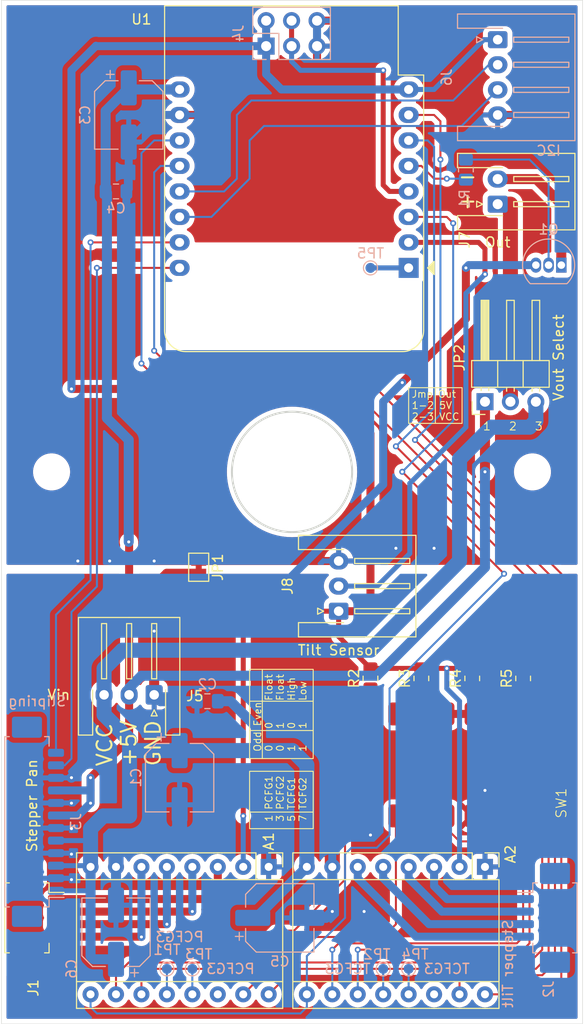
<source format=kicad_pcb>
(kicad_pcb
	(version 20240108)
	(generator "pcbnew")
	(generator_version "8.0")
	(general
		(thickness 1.6)
		(legacy_teardrops no)
	)
	(paper "A4")
	(layers
		(0 "F.Cu" signal)
		(31 "B.Cu" signal)
		(32 "B.Adhes" user "B.Adhesive")
		(33 "F.Adhes" user "F.Adhesive")
		(34 "B.Paste" user)
		(35 "F.Paste" user)
		(36 "B.SilkS" user "B.Silkscreen")
		(37 "F.SilkS" user "F.Silkscreen")
		(38 "B.Mask" user)
		(39 "F.Mask" user)
		(40 "Dwgs.User" user "User.Drawings")
		(41 "Cmts.User" user "User.Comments")
		(42 "Eco1.User" user "User.Eco1")
		(43 "Eco2.User" user "User.Eco2")
		(44 "Edge.Cuts" user)
		(45 "Margin" user)
		(46 "B.CrtYd" user "B.Courtyard")
		(47 "F.CrtYd" user "F.Courtyard")
		(48 "B.Fab" user)
		(49 "F.Fab" user)
		(50 "User.1" user)
		(51 "User.2" user)
		(52 "User.3" user)
		(53 "User.4" user)
		(54 "User.5" user)
		(55 "User.6" user)
		(56 "User.7" user)
		(57 "User.8" user)
		(58 "User.9" user)
	)
	(setup
		(pad_to_mask_clearance 0)
		(allow_soldermask_bridges_in_footprints no)
		(pcbplotparams
			(layerselection 0x00010fc_ffffffff)
			(plot_on_all_layers_selection 0x0000000_00000000)
			(disableapertmacros no)
			(usegerberextensions no)
			(usegerberattributes yes)
			(usegerberadvancedattributes yes)
			(creategerberjobfile yes)
			(dashed_line_dash_ratio 12.000000)
			(dashed_line_gap_ratio 3.000000)
			(svgprecision 4)
			(plotframeref no)
			(viasonmask no)
			(mode 1)
			(useauxorigin no)
			(hpglpennumber 1)
			(hpglpenspeed 20)
			(hpglpendiameter 15.000000)
			(pdf_front_fp_property_popups yes)
			(pdf_back_fp_property_popups yes)
			(dxfpolygonmode yes)
			(dxfimperialunits yes)
			(dxfusepcbnewfont yes)
			(psnegative no)
			(psa4output no)
			(plotreference yes)
			(plotvalue yes)
			(plotfptext yes)
			(plotinvisibletext no)
			(sketchpadsonfab no)
			(subtractmaskfromsilk no)
			(outputformat 1)
			(mirror no)
			(drillshape 1)
			(scaleselection 1)
			(outputdirectory "")
		)
	)
	(net 0 "")
	(net 1 "P_CFG0")
	(net 2 "Net-(A1-1A)")
	(net 3 "GNDPWR")
	(net 4 "Net-(A1-DIR)")
	(net 5 "Net-(A1-~{ENABLE})")
	(net 6 "Net-(A1-1B)")
	(net 7 "P_CFG2")
	(net 8 "Net-(A1-2B)")
	(net 9 "VCC")
	(net 10 "Net-(A1-2A)")
	(net 11 "P_CFG1")
	(net 12 "Net-(A1-STEP)")
	(net 13 "P_CFG3")
	(net 14 "unconnected-(A1-~{SLEEP}-Pad14)")
	(net 15 "VDD")
	(net 16 "T_CFG1")
	(net 17 "T_CFG3")
	(net 18 "T_CFG2")
	(net 19 "Net-(A2-DIR)")
	(net 20 "Net-(A2-2A)")
	(net 21 "unconnected-(A2-~{SLEEP}-Pad14)")
	(net 22 "Net-(A2-1A)")
	(net 23 "Net-(A2-2B)")
	(net 24 "T_CFG0")
	(net 25 "Net-(A2-1B)")
	(net 26 "Net-(A2-STEP)")
	(net 27 "Net-(J3-Pin_11)")
	(net 28 "+5V")
	(net 29 "Net-(J3-Pin_12)")
	(net 30 "Net-(J4-Pin_3)")
	(net 31 "GNDD")
	(net 32 "SCL")
	(net 33 "SDA")
	(net 34 "Net-(J7-Pin_2)")
	(net 35 "Net-(J7-Pin_1)")
	(net 36 "Net-(J8-Pin_2)")
	(net 37 "Net-(Q1-B)")
	(net 38 "Net-(U1-MISO{slash}D6)")
	(net 39 "Net-(R2-Pad1)")
	(net 40 "Net-(R3-Pad1)")
	(net 41 "Net-(R4-Pad1)")
	(net 42 "Net-(R5-Pad1)")
	(net 43 "Net-(U1-~{RST})")
	(footprint "Module:Pololu_Breakout-16_15.2x20.3mm" (layer "F.Cu") (at 99.06 137.16 -90))
	(footprint "Resistor_SMD:R_0805_2012Metric_Pad1.20x1.40mm_HandSolder" (layer "F.Cu") (at 102.87 118.38 90))
	(footprint "Connector_JST:JST_XH_S3B-XH-A-1_1x03_P2.50mm_Horizontal" (layer "F.Cu") (at 66.04 120.015 180))
	(footprint "Button_Switch_SMD:DIP_Switch_8_2.54_wide" (layer "F.Cu") (at 93.98 127 90))
	(footprint "MountingHole:MountingHole_3.2mm_M3" (layer "F.Cu") (at 55.8 97.8))
	(footprint "Resistor_SMD:R_0805_2012Metric_Pad1.20x1.40mm_HandSolder" (layer "F.Cu") (at 87.63 118.38 90))
	(footprint "Connector_JST:JST_XH_S3B-XH-A-1_1x03_P2.50mm_Horizontal" (layer "F.Cu") (at 84.455 111.68 90))
	(footprint "Resistor_SMD:R_0805_2012Metric_Pad1.20x1.40mm_HandSolder" (layer "F.Cu") (at 92.71 118.38 90))
	(footprint "Connector_JST:JST_XH_S2B-XH-A-1_1x02_P2.50mm_Horizontal" (layer "F.Cu") (at 100.33 71.12 90))
	(footprint "Connector_PinHeader_2.54mm:PinHeader_1x03_P2.54mm_Horizontal" (layer "F.Cu") (at 99.06 90.805 90))
	(footprint "Connector_Molex:Molex_PicoBlade_53261-0471_1x04-1MP_P1.25mm_Horizontal" (layer "F.Cu") (at 53.84 142.24 -90))
	(footprint "Resistor_SMD:R_0805_2012Metric_Pad1.20x1.40mm_HandSolder" (layer "F.Cu") (at 97.79 118.38 90))
	(footprint "MountingHole:MountingHole_3.2mm_M3" (layer "F.Cu") (at 103.8 97.8))
	(footprint "Module:Pololu_Breakout-16_15.2x20.3mm" (layer "F.Cu") (at 77.47 137.16 -90))
	(footprint "RF_Module:WEMOS_D1_mini_light" (layer "F.Cu") (at 91.44 77.47 180))
	(footprint "Jumper:SolderJumper-2_P1.3mm_Bridged_Pad1.0x1.5mm" (layer "F.Cu") (at 70.485 107.3 -90))
	(footprint "Connector_Molex:Molex_PicoBlade_53261-1271_1x12-1MP_P1.25mm_Horizontal" (layer "B.Cu") (at 53.84 132.665 90))
	(footprint "Connector_JST:JST_XH_S4B-XH-A-1_1x04_P2.50mm_Horizontal" (layer "B.Cu") (at 100.33 54.73 -90))
	(footprint "TestPoint:TestPoint_Pad_D1.0mm" (layer "B.Cu") (at 87.63 77.47 180))
	(footprint "Capacitor_SMD:CP_Elec_6.3x7.7" (layer "B.Cu") (at 62.23 143.67 90))
	(footprint "TestPoint:TestPoint_Pad_D1.0mm" (layer "B.Cu") (at 88.9 147.32 180))
	(footprint "Capacitor_SMD:C_0805_2012Metric_Pad1.18x1.45mm_HandSolder" (layer "B.Cu") (at 71.3525 120.65 180))
	(footprint "Package_TO_SOT_THT:TO-92_Inline" (layer "B.Cu") (at 106.68 77.195 180))
	(footprint "TestPoint:TestPoint_Pad_D1.0mm" (layer "B.Cu") (at 67.31 147.32 180))
	(footprint "Capacitor_SMD:CP_Elec_6.3x7.7" (layer "B.Cu") (at 78.58 142.24))
	(footprint "TestPoint:TestPoint_Pad_D1.0mm" (layer "B.Cu") (at 69.85 147.32 180))
	(footprint "TestPoint:TestPoint_Pad_D1.0mm" (layer "B.Cu") (at 91.44 147.32 180))
	(footprint "Connector_PinSocket_2.54mm:PinSocket_2x03_P2.54mm_Vertical" (layer "B.Cu") (at 77.216 55.372 -90))
	(footprint "Capacitor_SMD:CP_Elec_6.3x7.7" (layer "B.Cu") (at 68.58 128.27 -90))
	(footprint "Capacitor_SMD:CP_Elec_6.3x7.7" (layer "B.Cu") (at 63.5 62.23 -90))
	(footprint "Capacitor_SMD:C_0805_2012Metric_Pad1.18x1.45mm_HandSo
... [367062 chars truncated]
</source>
